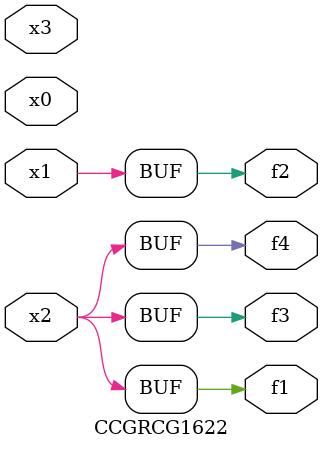
<source format=v>
module CCGRCG1622(
	input x0, x1, x2, x3,
	output f1, f2, f3, f4
);
	assign f1 = x2;
	assign f2 = x1;
	assign f3 = x2;
	assign f4 = x2;
endmodule

</source>
